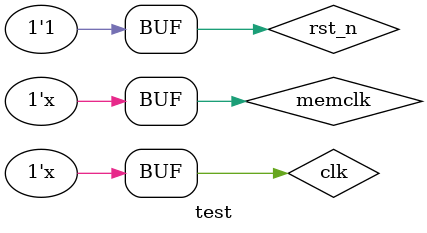
<source format=v>
`timescale 1ns / 1ps

module test;

	// Inputs
	reg clk;
	reg memclk;
	reg rst_n;
	// Outputs
	wire [31:0] pc;
	wire [31:0] inst;
	wire [31:0] ealu;
	wire [31:0] malu;
	wire [31:0] walu;
	
	
	// Instantiate the Unit Under Test (UUT)
	cpu uut (
		.clk(clk), 
		.memclk(memclk), 
		.rst_n(rst_n), 
		.pc(pc), 
		.inst(inst), 
		.ealu(ealu), 
		.malu(malu), 
		.walu(walu)
	);

	initial begin
		// Initialize Inputs
		clk = 1;
		memclk = 0;
		rst_n = 0;

		// Wait 100 ns for global reset to finish
		#100;
		rst_n = 1;
        
		// Add stimulus here

	end
	
	always #50 clk  = ~clk;
	always #50 memclk = ~memclk;
      
endmodule


</source>
